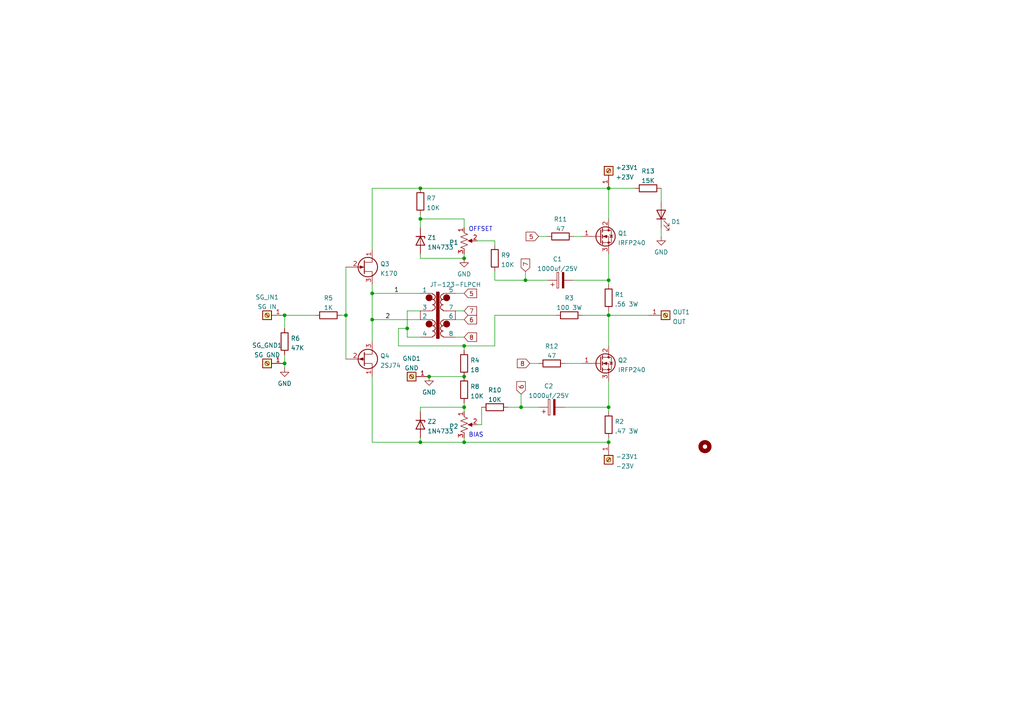
<source format=kicad_sch>
(kicad_sch (version 20211123) (generator eeschema)
  (paper "A4")
  (lib_symbols
    (symbol "Connector:Screw_Terminal_01x01" (pin_names (offset 1.016) hide)
      (property "Reference" "J" (at 0 2.54 0))
      (property "Value" "Screw_Terminal_01x01" (at 0 -2.54 0))
      (symbol "Screw_Terminal_01x01_1_1"
        (rectangle (start -1.27 1.27) (end 1.27 -1.27) (stroke (width 0.254)) (fill (type background)))
        (polyline (pts (xy -0.5334 0.3302) (xy 0.3302 -0.508)) (stroke (width 0.1524)))
        (polyline (pts (xy -0.3556 0.508) (xy 0.508 -0.3302)) (stroke (width 0.1524)))
        (circle (center 0 0) (radius 0.635) (stroke (width 0.1524)))
        (pin passive line (at -5.08 0 0) (length 3.81) (name "Pin_1") (number "1"))
      )
    )
    (symbol "Custom Symbols:JT-123-FLPCH" (pin_numbers hide) (pin_names (offset 0))
      (property "Reference" "TR" (at 0 10.16 0))
      (property "Value" "JT-123-FLPCH" (at 0 -7.62 0))
      (symbol "JT-123-FLPCH_0_1"
        (circle (center -2.54 -1.27) (radius 0.0001) (stroke (width 1)))
        (circle (center -2.54 6.35) (radius 0.0001) (stroke (width 1)))
        (arc (start -1.524 -4.826) (mid -0.762 -4.064) (end -1.524 -3.302) (stroke (width 0.2032)))
        (arc (start -1.524 -3.302) (mid -0.762 -2.54) (end -1.524 -1.778) (stroke (width 0.2032)))
        (arc (start -1.524 -1.778) (mid -0.762 -1.016) (end -1.524 -0.254) (stroke (width 0.2032)))
        (arc (start -1.524 2.794) (mid -0.762 3.556) (end -1.524 4.318) (stroke (width 0.2032)))
        (arc (start -1.524 4.318) (mid -0.762 5.08) (end -1.524 5.842) (stroke (width 0.2032)))
        (arc (start -1.524 5.842) (mid -0.762 6.604) (end -1.524 7.366) (stroke (width 0.2032)))
        (rectangle (start -0.254 7.874) (end 0.254 -5.334) (stroke (width 0.508)) (fill (type outline)))
        (polyline (pts (xy -5.08 0) (xy -5.08 2.54)) (stroke (width 0.1524)))
        (polyline (pts (xy 5.08 0) (xy 5.08 2.54)) (stroke (width 0.1524)))
        (polyline (pts (xy 1.524 -4.826) (xy 1.524 -5.08) (xy 1.524 -5.08)) (fill (type outline)))
        (polyline (pts (xy 1.524 0) (xy 1.524 -0.254) (xy 1.524 -0.254)) (fill (type outline)))
        (polyline (pts (xy 1.524 0) (xy 2.54 0) (xy 2.54 0)))
        (polyline (pts (xy 1.524 2.54) (xy 1.524 2.794) (xy 1.524 2.794)) (fill (type outline)))
        (polyline (pts (xy 1.524 2.54) (xy 2.54 2.54) (xy 2.54 2.54)))
        (polyline (pts (xy 1.524 7.62) (xy 1.524 7.366) (xy 1.524 7.366)) (fill (type outline)))
        (polyline (pts (xy 1.524 7.62) (xy 2.54 7.62) (xy 2.54 7.62)))
        (polyline (pts (xy 2.54 -5.08) (xy 1.524 -5.08) (xy 1.524 -5.08)))
        (polyline (pts (xy -1.524 -4.826) (xy -1.524 -5.08) (xy -2.54 -5.08) (xy -2.54 -5.08)))
        (polyline (pts (xy -1.524 -0.254) (xy -1.524 0) (xy -2.54 0) (xy -2.54 0)))
        (polyline (pts (xy -1.524 2.794) (xy -1.524 2.54) (xy -2.54 2.54) (xy -2.54 2.54)))
        (polyline (pts (xy -1.524 7.366) (xy -1.524 7.62) (xy -2.54 7.62) (xy -2.54 7.62)))
        (arc (start 1.524 -3.302) (mid 0.762 -4.064) (end 1.524 -4.826) (stroke (width 0.2032)))
        (arc (start 1.524 -1.778) (mid 0.762 -2.54) (end 1.524 -3.302) (stroke (width 0.2032)))
        (arc (start 1.524 -0.254) (mid 0.762 -1.016) (end 1.524 -1.778) (stroke (width 0.2032)))
        (arc (start 1.524 4.318) (mid 0.762 3.556) (end 1.524 2.794) (stroke (width 0.2032)))
        (arc (start 1.524 5.842) (mid 0.762 5.08) (end 1.524 4.318) (stroke (width 0.2032)))
        (arc (start 1.524 7.366) (mid 0.762 6.604) (end 1.524 5.842) (stroke (width 0.2032)))
        (circle (center 2.54 -1.27) (radius 0.0001) (stroke (width 1)))
        (circle (center 2.54 6.35) (radius 0.0001) (stroke (width 1)))
      )
      (symbol "JT-123-FLPCH_1_1"
        (pin input line (at -5.08 7.62 0) (length 2.54) (name "1") (number "1"))
        (pin input line (at -5.08 0 0) (length 2.54) (name "2") (number "2"))
        (pin input line (at -5.08 2.54 0) (length 2.54) (name "3") (number "3"))
        (pin input line (at -5.08 -5.08 0) (length 2.54) (name "4") (number "4"))
        (pin output line (at 5.08 7.62 180) (length 2.54) (name "5") (number "5"))
        (pin output line (at 5.08 0 180) (length 2.54) (name "6") (number "6"))
        (pin output line (at 5.08 2.54 180) (length 2.54) (name "7") (number "7"))
        (pin output line (at 5.08 -5.08 180) (length 2.54) (name "8") (number "8"))
      )
    )
    (symbol "Device:C_Polarized" (pin_numbers hide) (pin_names (offset 0.254))
      (property "Reference" "C" (at 0.635 2.54 0))
      (property "Value" "C_Polarized" (at 0.635 -2.54 0))
      (symbol "C_Polarized_0_1"
        (rectangle (start -2.286 0.508) (end 2.286 1.016))
        (polyline (pts (xy -1.778 2.286) (xy -0.762 2.286)))
        (polyline (pts (xy -1.27 2.794) (xy -1.27 1.778)))
        (rectangle (start 2.286 -0.508) (end -2.286 -1.016) (fill (type outline)))
      )
      (symbol "C_Polarized_1_1"
        (pin passive line (at 0 3.81 270) (length 2.794) (name "~") (number "1"))
        (pin passive line (at 0 -3.81 90) (length 2.794) (name "~") (number "2"))
      )
    )
    (symbol "Device:LED" (pin_numbers hide) (pin_names (offset 1.016) hide)
      (property "Reference" "D" (at 0 2.54 0))
      (property "Value" "LED" (at 0 -2.54 0))
      (symbol "LED_0_1"
        (polyline (pts (xy -1.27 -1.27) (xy -1.27 1.27)) (stroke (width 0.254)))
        (polyline (pts (xy -1.27 0) (xy 1.27 0)))
        (polyline (pts (xy 1.27 -1.27) (xy 1.27 1.27) (xy -1.27 0) (xy 1.27 -1.27)) (stroke (width 0.254)))
        (polyline (pts (xy -3.048 -0.762) (xy -4.572 -2.286) (xy -3.81 -2.286) (xy -4.572 -2.286) (xy -4.572 -1.524)))
        (polyline (pts (xy -1.778 -0.762) (xy -3.302 -2.286) (xy -2.54 -2.286) (xy -3.302 -2.286) (xy -3.302 -1.524)))
      )
      (symbol "LED_1_1"
        (pin passive line (at -3.81 0 0) (length 2.54) (name "K") (number "1"))
        (pin passive line (at 3.81 0 180) (length 2.54) (name "A") (number "2"))
      )
    )
    (symbol "Device:Q_NJFET_DGS" (pin_names (offset 0) hide)
      (property "Reference" "Q" (at 5.08 1.27 0))
      (property "Value" "Q_NJFET_DGS" (at 5.08 -1.27 0))
      (symbol "Q_NJFET_DGS_0_1"
        (polyline (pts (xy 0.254 1.905) (xy 0.254 -1.905) (xy 0.254 -1.905)) (stroke (width 0.254)))
        (polyline (pts (xy 2.54 -2.54) (xy 2.54 -1.27) (xy 0.254 -1.27)))
        (polyline (pts (xy 2.54 2.54) (xy 2.54 1.397) (xy 0.254 1.397)))
        (polyline (pts (xy 0 0) (xy -1.016 0.381) (xy -1.016 -0.381) (xy 0 0)) (fill (type outline)))
        (circle (center 1.27 0) (radius 2.8194) (stroke (width 0.254)))
      )
      (symbol "Q_NJFET_DGS_1_1"
        (pin passive line (at 2.54 5.08 270) (length 2.54) (name "D") (number "1"))
        (pin input line (at -5.08 0 0) (length 5.334) (name "G") (number "2"))
        (pin passive line (at 2.54 -5.08 90) (length 2.54) (name "S") (number "3"))
      )
    )
    (symbol "Device:Q_PJFET_SGD" (pin_names (offset 0) hide)
      (property "Reference" "Q" (at 5.08 1.27 0))
      (property "Value" "Q_PJFET_SGD" (at 5.08 -1.27 0))
      (symbol "Q_PJFET_SGD_0_1"
        (polyline (pts (xy 0.254 1.905) (xy 0.254 -1.905) (xy 0.254 -1.905)) (stroke (width 0.254)))
        (polyline (pts (xy 2.54 -2.54) (xy 2.54 -1.27) (xy 0.254 -1.27)))
        (polyline (pts (xy 2.54 2.54) (xy 2.54 1.397) (xy 0.254 1.397)))
        (polyline (pts (xy -1.143 0) (xy -0.127 0.381) (xy -0.127 -0.381) (xy -1.143 0)) (fill (type outline)))
        (circle (center 1.27 0) (radius 2.8194) (stroke (width 0.254)))
      )
      (symbol "Q_PJFET_SGD_1_1"
        (pin passive line (at 2.54 -5.08 90) (length 2.54) (name "S") (number "1"))
        (pin input line (at -5.08 0 0) (length 5.334) (name "G") (number "2"))
        (pin passive line (at 2.54 5.08 270) (length 2.54) (name "D") (number "3"))
      )
    )
    (symbol "Device:R" (pin_numbers hide) (pin_names (offset 0))
      (property "Reference" "R" (at 2.032 0 90))
      (property "Value" "R" (at 0 0 90))
      (symbol "R_0_1"
        (rectangle (start -1.016 -2.54) (end 1.016 2.54) (stroke (width 0.254)))
      )
      (symbol "R_1_1"
        (pin passive line (at 0 3.81 270) (length 1.27) (name "~") (number "1"))
        (pin passive line (at 0 -3.81 90) (length 1.27) (name "~") (number "2"))
      )
    )
    (symbol "Device:R_Potentiometer_US" (pin_names (offset 1.016) hide)
      (property "Reference" "RV" (at -4.445 0 90))
      (property "Value" "R_Potentiometer_US" (at -2.54 0 90))
      (symbol "R_Potentiometer_US_0_1"
        (polyline (pts (xy 0 -2.286) (xy 0 -2.54)))
        (polyline (pts (xy 0 2.54) (xy 0 2.286)))
        (polyline (pts (xy 2.54 0) (xy 1.524 0)))
        (polyline (pts (xy 1.143 0) (xy 2.286 0.508) (xy 2.286 -0.508) (xy 1.143 0)) (fill (type outline)))
        (polyline (pts (xy 0 -0.762) (xy 1.016 -1.143) (xy 0 -1.524) (xy -1.016 -1.905) (xy 0 -2.286)))
        (polyline (pts (xy 0 0.762) (xy 1.016 0.381) (xy 0 0) (xy -1.016 -0.381) (xy 0 -0.762)))
        (polyline (pts (xy 0 2.286) (xy 1.016 1.905) (xy 0 1.524) (xy -1.016 1.143) (xy 0 0.762)))
      )
      (symbol "R_Potentiometer_US_1_1"
        (pin passive line (at 0 3.81 270) (length 1.27) (name "1") (number "1"))
        (pin passive line (at 3.81 0 180) (length 1.27) (name "2") (number "2"))
        (pin passive line (at 0 -3.81 90) (length 1.27) (name "3") (number "3"))
      )
    )
    (symbol "Diode:1N47xxA" (pin_numbers hide) (pin_names (offset 1.016) hide)
      (property "Reference" "D" (at 0 2.54 0))
      (property "Value" "1N47xxA" (at 0 -2.54 0))
      (symbol "1N47xxA_0_1"
        (polyline (pts (xy 1.27 0) (xy -1.27 0)))
        (polyline (pts (xy -1.27 -1.27) (xy -1.27 1.27) (xy -0.762 1.27)) (stroke (width 0.254)))
        (polyline (pts (xy 1.27 -1.27) (xy 1.27 1.27) (xy -1.27 0) (xy 1.27 -1.27)) (stroke (width 0.254)))
      )
      (symbol "1N47xxA_1_1"
        (pin passive line (at -3.81 0 0) (length 2.54) (name "K") (number "1"))
        (pin passive line (at 3.81 0 180) (length 2.54) (name "A") (number "2"))
      )
    )
    (symbol "Mechanical:MountingHole" (pin_names (offset 1.016))
      (property "Reference" "H" (at 0 5.08 0))
      (property "Value" "MountingHole" (at 0 3.175 0))
      (symbol "MountingHole_0_1"
        (circle (center 0 0) (radius 1.27) (stroke (width 1.27)))
      )
    )
    (symbol "Transistor_FET:C2M0025120D" (pin_names hide)
      (property "Reference" "Q" (at 5.08 1.905 0))
      (property "Value" "C2M0025120D" (at 5.08 0 0))
      (symbol "C2M0025120D_0_1"
        (polyline (pts (xy 0.254 0) (xy -2.54 0)))
        (polyline (pts (xy 0.254 1.905) (xy 0.254 -1.905)) (stroke (width 0.254)))
        (polyline (pts (xy 0.762 -1.27) (xy 0.762 -2.286)) (stroke (width 0.254)))
        (polyline (pts (xy 0.762 0.508) (xy 0.762 -0.508)) (stroke (width 0.254)))
        (polyline (pts (xy 0.762 2.286) (xy 0.762 1.27)) (stroke (width 0.254)))
        (polyline (pts (xy 2.54 2.54) (xy 2.54 1.778)))
        (polyline (pts (xy 2.54 -2.54) (xy 2.54 0) (xy 0.762 0)))
        (polyline (pts (xy 0.762 -1.778) (xy 3.302 -1.778) (xy 3.302 1.778) (xy 0.762 1.778)))
        (polyline (pts (xy 1.016 0) (xy 2.032 0.381) (xy 2.032 -0.381) (xy 1.016 0)) (fill (type outline)))
        (polyline (pts (xy 2.794 0.508) (xy 2.921 0.381) (xy 3.683 0.381) (xy 3.81 0.254)))
        (polyline (pts (xy 3.302 0.381) (xy 2.921 -0.254) (xy 3.683 -0.254) (xy 3.302 0.381)))
        (circle (center 1.651 0) (radius 2.794) (stroke (width 0.254)))
        (circle (center 2.54 -1.778) (radius 0.254) (fill (type outline)))
        (circle (center 2.54 1.778) (radius 0.254) (fill (type outline)))
      )
      (symbol "C2M0025120D_1_1"
        (pin input line (at -5.08 0 0) (length 2.54) (name "G") (number "1"))
        (pin passive line (at 2.54 5.08 270) (length 2.54) (name "D") (number "2"))
        (pin passive line (at 2.54 -5.08 90) (length 2.54) (name "S") (number "3"))
      )
    )
    (symbol "power:GND" (power) (pin_names (offset 0))
      (property "Value" "GND" (at 0 -3.81 0))
      (symbol "GND_0_1"
        (polyline (pts (xy 0 0) (xy 0 -1.27) (xy 1.27 -1.27) (xy 0 -2.54) (xy -1.27 -1.27) (xy 0 -1.27)))
      )
      (symbol "GND_1_1"
        (pin power_in line (at 0 0 270) (length 0) hide (name "GND") (number "1"))
      )
    )
  )
  (junction (at 134.62 109.22))
  (junction (at 176.53 118.11))
  (junction (at 176.53 81.28))
  (junction (at 134.62 74.93))
  (junction (at 121.92 63.5))
  (junction (at 121.92 54.61))
  (junction (at 176.53 91.44))
  (junction (at 176.53 54.61))
  (junction (at 118.11 95.25))
  (junction (at 121.92 128.27))
  (junction (at 82.55 91.44))
  (junction (at 176.53 128.27))
  (junction (at 134.62 100.33))
  (junction (at 152.4 81.28))
  (junction (at 124.46 109.22))
  (junction (at 107.95 85.09))
  (junction (at 134.62 118.11))
  (junction (at 151.13 118.11))
  (junction (at 82.55 105.41))
  (junction (at 100.33 91.44))
  (junction (at 134.62 128.27))
  (junction (at 107.95 92.71))
  (wire (pts (xy 134.62 118.11) (xy 134.62 119.38)))
  (wire (pts (xy 132.08 90.17) (xy 134.62 90.17)))
  (wire (pts (xy 100.33 91.44) (xy 100.33 104.14)))
  (wire (pts (xy 121.92 118.11) (xy 134.62 118.11)))
  (wire (pts (xy 166.37 68.58) (xy 168.91 68.58)))
  (wire (pts (xy 121.92 63.5) (xy 121.92 66.04)))
  (wire (pts (xy 187.96 91.44) (xy 176.53 91.44)))
  (wire (pts (xy 176.53 82.55) (xy 176.53 81.28)))
  (wire (pts (xy 124.46 109.22) (xy 134.62 109.22)))
  (wire (pts (xy 107.95 92.71) (xy 121.92 92.71)))
  (wire (pts (xy 152.4 81.28) (xy 158.75 81.28)))
  (wire (pts (xy 152.4 78.74) (xy 152.4 81.28)))
  (wire (pts (xy 176.53 110.49) (xy 176.53 118.11)))
  (wire (pts (xy 121.92 128.27) (xy 134.62 128.27)))
  (wire (pts (xy 176.53 81.28) (xy 176.53 73.66)))
  (wire (pts (xy 143.51 100.33) (xy 143.51 91.44)))
  (wire (pts (xy 143.51 69.85) (xy 143.51 71.12)))
  (wire (pts (xy 147.32 118.11) (xy 151.13 118.11)))
  (wire (pts (xy 118.11 95.25) (xy 115.57 95.25)))
  (wire (pts (xy 118.11 95.25) (xy 118.11 97.79)))
  (wire (pts (xy 166.37 81.28) (xy 176.53 81.28)))
  (wire (pts (xy 107.95 72.39) (xy 107.95 54.61)))
  (wire (pts (xy 82.55 102.87) (xy 82.55 105.41)))
  (wire (pts (xy 107.95 54.61) (xy 121.92 54.61)))
  (wire (pts (xy 132.08 92.71) (xy 134.62 92.71)))
  (wire (pts (xy 134.62 127) (xy 134.62 128.27)))
  (wire (pts (xy 156.21 68.58) (xy 158.75 68.58)))
  (wire (pts (xy 143.51 78.74) (xy 143.51 81.28)))
  (wire (pts (xy 118.11 90.17) (xy 118.11 95.25)))
  (wire (pts (xy 191.77 66.04) (xy 191.77 68.58)))
  (wire (pts (xy 121.92 119.38) (xy 121.92 118.11)))
  (wire (pts (xy 82.55 105.41) (xy 82.55 106.68)))
  (wire (pts (xy 176.53 91.44) (xy 176.53 100.33)))
  (wire (pts (xy 176.53 54.61) (xy 176.53 63.5)))
  (wire (pts (xy 107.95 109.22) (xy 107.95 128.27)))
  (wire (pts (xy 118.11 97.79) (xy 121.92 97.79)))
  (wire (pts (xy 176.53 119.38) (xy 176.53 118.11)))
  (wire (pts (xy 176.53 127) (xy 176.53 128.27)))
  (wire (pts (xy 132.08 97.79) (xy 134.62 97.79)))
  (wire (pts (xy 134.62 101.6) (xy 134.62 100.33)))
  (wire (pts (xy 134.62 66.04) (xy 134.62 63.5)))
  (wire (pts (xy 115.57 100.33) (xy 134.62 100.33)))
  (wire (pts (xy 107.95 82.55) (xy 107.95 85.09)))
  (wire (pts (xy 100.33 77.47) (xy 100.33 91.44)))
  (wire (pts (xy 107.95 92.71) (xy 107.95 99.06)))
  (wire (pts (xy 107.95 85.09) (xy 121.92 85.09)))
  (wire (pts (xy 107.95 128.27) (xy 121.92 128.27)))
  (wire (pts (xy 151.13 118.11) (xy 156.21 118.11)))
  (wire (pts (xy 153.67 105.41) (xy 156.21 105.41)))
  (wire (pts (xy 82.55 91.44) (xy 82.55 95.25)))
  (wire (pts (xy 99.06 91.44) (xy 100.33 91.44)))
  (wire (pts (xy 115.57 95.25) (xy 115.57 100.33)))
  (wire (pts (xy 121.92 54.61) (xy 176.53 54.61)))
  (wire (pts (xy 121.92 127) (xy 121.92 128.27)))
  (wire (pts (xy 121.92 90.17) (xy 118.11 90.17)))
  (wire (pts (xy 138.43 69.85) (xy 143.51 69.85)))
  (wire (pts (xy 163.83 118.11) (xy 176.53 118.11)))
  (wire (pts (xy 168.91 91.44) (xy 176.53 91.44)))
  (wire (pts (xy 134.62 116.84) (xy 134.62 118.11)))
  (wire (pts (xy 121.92 63.5) (xy 134.62 63.5)))
  (wire (pts (xy 139.7 118.11) (xy 139.7 123.19)))
  (wire (pts (xy 134.62 100.33) (xy 143.51 100.33)))
  (wire (pts (xy 134.62 128.27) (xy 176.53 128.27)))
  (wire (pts (xy 107.95 85.09) (xy 107.95 92.71)))
  (wire (pts (xy 151.13 114.3) (xy 151.13 118.11)))
  (wire (pts (xy 82.55 91.44) (xy 91.44 91.44)))
  (wire (pts (xy 143.51 91.44) (xy 161.29 91.44)))
  (wire (pts (xy 163.83 105.41) (xy 168.91 105.41)))
  (wire (pts (xy 138.43 123.19) (xy 139.7 123.19)))
  (wire (pts (xy 121.92 73.66) (xy 121.92 74.93)))
  (wire (pts (xy 143.51 81.28) (xy 152.4 81.28)))
  (wire (pts (xy 176.53 90.17) (xy 176.53 91.44)))
  (wire (pts (xy 134.62 73.66) (xy 134.62 74.93)))
  (wire (pts (xy 132.08 85.09) (xy 134.62 85.09)))
  (wire (pts (xy 176.53 54.61) (xy 184.15 54.61)))
  (wire (pts (xy 191.77 54.61) (xy 191.77 58.42)))
  (wire (pts (xy 134.62 74.93) (xy 121.92 74.93)))
  (wire (pts (xy 121.92 62.23) (xy 121.92 63.5)))
  (text "OFFSET" (at 135.89 67.31 0) (effects (font (size 1.27 1.27)) (justify left bottom)))
  (text "BIAS" (at 135.89 127 0) (effects (font (size 1.27 1.27)) (justify left bottom)))
  (label "2" (at 111.76 92.71 0))
  (label "1" (at 114.3 85.09 0))
  (global_label "8" (shape input) (at 134.62 97.79 0) (property "Intersheet References" "${INTERSHEET_REFS}" (effects hide)))
  (global_label "8" (shape input) (at 153.67 105.41 180) (property "Intersheet References" "${INTERSHEET_REFS}" (effects hide)))
  (global_label "7" (shape input) (at 134.62 90.17 0) (property "Intersheet References" "${INTERSHEET_REFS}" (effects hide)))
  (global_label "5" (shape input) (at 156.21 68.58 180) (property "Intersheet References" "${INTERSHEET_REFS}" (effects hide)))
  (global_label "6" (shape input) (at 151.13 114.3 90) (property "Intersheet References" "${INTERSHEET_REFS}" (effects hide)))
  (global_label "5" (shape input) (at 134.62 85.09 0) (property "Intersheet References" "${INTERSHEET_REFS}" (effects hide)))
  (global_label "7" (shape input) (at 152.4 78.74 90) (property "Intersheet References" "${INTERSHEET_REFS}" (effects hide)))
  (global_label "6" (shape input) (at 134.62 92.71 0) (property "Intersheet References" "${INTERSHEET_REFS}" (effects hide)))
  (symbol (lib_id "Connector:Screw_Terminal_01x01") (at 119.38 109.22 180) (unit 1)
    (property "Reference" "GND1" (at 119.38 103.9835 0))
    (property "Value" "GND" (at 119.38 106.7586 0))
    (property "Footprint" "Connector_Wire:SolderWire-1sqmm_1x01_D1.4mm_OD3.9mm" (effects hide))
  )
  (symbol (lib_id "Device:R") (at 121.92 58.42 0) (unit 1)
    (property "Reference" "R7" (at 123.698 57.5115 0) (effects (justify left)))
    (property "Value" "10K" (at 123.698 60.2866 0) (effects (justify left)))
    (property "Footprint" "Resistor_SMD:R_1210_3225Metric_Pad1.30x2.65mm_HandSolder" (effects hide))
  )
  (symbol (lib_id "Device:R_Potentiometer_US") (at 134.62 123.19 0) (unit 1)
    (property "Reference" "P2" (at 132.9691 123.669 0) (effects (justify right)))
    (property "Value" "R_Potentiometer_US" (effects hide))
    (property "Footprint" "Potentiometer_SMD:Potentiometer_Bourns_3269W_Vertical" (effects hide))
  )
  (symbol (lib_id "Connector:Screw_Terminal_01x01") (at 176.53 49.53 90) (unit 1)
    (property "Reference" "+23V1" (at 178.562 48.6215 90) (effects (justify right)))
    (property "Value" "+23V" (at 178.562 51.3966 90) (effects (justify right)))
    (property "Footprint" "Connector_Wire:SolderWire-1sqmm_1x01_D1.4mm_OD3.9mm" (effects hide))
  )
  (symbol (lib_id "Device:R") (at 143.51 118.11 270) (unit 1)
    (property "Reference" "R10" (at 143.51 113.1275 90))
    (property "Value" "10K" (at 143.51 115.9026 90))
    (property "Footprint" "Resistor_SMD:R_1210_3225Metric_Pad1.30x2.65mm_HandSolder" (effects hide))
  )
  (symbol (lib_id "Connector:Screw_Terminal_01x01") (at 176.53 133.35 270) (unit 1)
    (property "Reference" "-23V1" (at 178.562 132.4415 90) (effects (justify left)))
    (property "Value" "-23V" (at 178.562 135.2166 90) (effects (justify left)))
    (property "Footprint" "Connector_Wire:SolderWire-1sqmm_1x01_D1.4mm_OD3.9mm" (effects hide))
  )
  (symbol (lib_id "Device:R_Potentiometer_US") (at 134.62 69.85 0) (unit 1)
    (property "Reference" "P1" (at 132.9691 70.329 0) (effects (justify right)))
    (property "Value" "R_Potentiometer_US" (effects hide))
    (property "Footprint" "Potentiometer_SMD:Potentiometer_Bourns_3269W_Vertical" (effects hide))
  )
  (symbol (lib_id "Transistor_FET:C2M0025120D") (at 173.99 105.41 0) (unit 1)
    (property "Reference" "Q2" (at 179.197 104.5015 0) (effects (justify left)))
    (property "Value" "IRFP240" (at 179.197 107.2766 0) (effects (justify left)))
    (property "Footprint" "Package_TO_SOT_THT:TO-247-3_Vertical" (effects hide))
    (property "Datasheet" "https://www.wolfspeed.com/media/downloads/161/C2M0025120D.pdf" (effects hide))
  )
  (symbol (lib_id "Device:R") (at 176.53 86.36 180) (unit 1)
    (property "Reference" "R1" (at 178.308 85.4515 0) (effects (justify right)))
    (property "Value" ".56 3W" (at 178.308 88.2266 0) (effects (justify right)))
    (property "Footprint" "Resistor_SMD:R_2512_6332Metric_Pad1.40x3.35mm_HandSolder" (effects hide))
  )
  (symbol (lib_id "Device:R") (at 95.25 91.44 90) (unit 1)
    (property "Reference" "R5" (at 95.25 86.4575 90))
    (property "Value" "1K" (at 95.25 89.2326 90))
    (property "Footprint" "Resistor_SMD:R_1210_3225Metric_Pad1.30x2.65mm_HandSolder" (effects hide))
  )
  (symbol (lib_id "power:GND") (at 191.77 68.58 0) (unit 1)
    (property "Reference" "#PWR0104" (effects hide))
    (property "Value" "GND" (at 191.77 73.1425 0))
  )
  (symbol (lib_id "Device:C_Polarized") (at 160.02 118.11 90) (unit 1)
    (property "Reference" "C2" (at 159.131 111.9845 90))
    (property "Value" "1000uf/25V" (at 159.131 114.7596 90))
    (property "Footprint" "Capacitor_SMD:CP_Elec_18x17.5" (effects hide))
  )
  (symbol (lib_id "Device:R") (at 160.02 105.41 270) (unit 1)
    (property "Reference" "R12" (at 160.02 100.4275 90))
    (property "Value" "47" (at 160.02 103.2026 90))
    (property "Footprint" "Resistor_SMD:R_1210_3225Metric_Pad1.30x2.65mm_HandSolder" (effects hide))
  )
  (symbol (lib_id "Connector:Screw_Terminal_01x01") (at 77.47 105.41 180) (unit 1)
    (property "Reference" "SG_GND1" (at 77.47 100.1735 0))
    (property "Value" "SG GND" (at 77.47 102.9486 0))
    (property "Footprint" "Connector_Wire:SolderWire-1sqmm_1x01_D1.4mm_OD2.7mm" (effects hide))
  )
  (symbol (lib_id "Connector:Screw_Terminal_01x01") (at 193.04 91.44 0) (unit 1)
    (property "Reference" "OUT1" (at 195.072 90.5315 0) (effects (justify left)))
    (property "Value" "OUT" (at 195.072 93.3066 0) (effects (justify left)))
    (property "Footprint" "Connector_Wire:SolderWire-1sqmm_1x01_D1.4mm_OD3.9mm" (effects hide))
  )
  (symbol (lib_id "Transistor_FET:C2M0025120D") (at 173.99 68.58 0) (unit 1)
    (property "Reference" "Q1" (at 179.197 67.6715 0) (effects (justify left)))
    (property "Value" "IRFP240" (at 179.197 70.4466 0) (effects (justify left)))
    (property "Footprint" "Package_TO_SOT_THT:TO-247-3_Vertical" (effects hide))
    (property "Datasheet" "https://www.wolfspeed.com/media/downloads/161/C2M0025120D.pdf" (effects hide))
  )
  (symbol (lib_id "Device:R") (at 82.55 99.06 180) (unit 1)
    (property "Reference" "R6" (at 84.328 98.1515 0) (effects (justify right)))
    (property "Value" "47K" (at 84.328 100.9266 0) (effects (justify right)))
    (property "Footprint" "Resistor_SMD:R_1210_3225Metric_Pad1.30x2.65mm_HandSolder" (effects hide))
  )
  (symbol (lib_id "Device:R") (at 162.56 68.58 90) (unit 1)
    (property "Reference" "R11" (at 162.56 63.5975 90))
    (property "Value" "47" (at 162.56 66.3726 90))
    (property "Footprint" "Resistor_SMD:R_1210_3225Metric_Pad1.30x2.65mm_HandSolder" (effects hide))
  )
  (symbol (lib_id "Connector:Screw_Terminal_01x01") (at 77.47 91.44 180) (unit 1)
    (property "Reference" "SG_IN1" (at 77.47 86.2035 0))
    (property "Value" "SG IN" (at 77.47 88.9786 0))
    (property "Footprint" "Connector_Wire:SolderWire-1sqmm_1x01_D1.4mm_OD2.7mm" (effects hide))
  )
  (symbol (lib_id "power:GND") (at 82.55 106.68 0) (unit 1)
    (property "Reference" "#PWR0103" (effects hide))
    (property "Value" "GND" (at 82.55 111.2425 0))
  )
  (symbol (lib_id "Device:R") (at 143.51 74.93 0) (unit 1)
    (property "Reference" "R9" (at 145.288 74.0215 0) (effects (justify left)))
    (property "Value" "10K" (at 145.288 76.7966 0) (effects (justify left)))
    (property "Footprint" "Resistor_SMD:R_1210_3225Metric_Pad1.30x2.65mm_HandSolder" (effects hide))
  )
  (symbol (lib_id "Diode:1N47xxA") (at 121.92 123.19 270) (unit 1)
    (property "Reference" "Z2" (at 123.952 122.2815 90) (effects (justify left)))
    (property "Value" "1N4733" (at 123.952 125.0566 90) (effects (justify left)))
    (property "Footprint" "Diode_SMD:D_SOD-128" (effects hide))
    (property "Datasheet" "https://www.vishay.com/docs/85816/1n4728a.pdf" (effects hide))
  )
  (symbol (lib_id "Diode:1N47xxA") (at 121.92 69.85 270) (unit 1)
    (property "Reference" "Z1" (at 123.952 68.9415 90) (effects (justify left)))
    (property "Value" "1N4733" (at 123.952 71.7166 90) (effects (justify left)))
    (property "Footprint" "Diode_SMD:D_SOD-128" (effects hide))
    (property "Datasheet" "https://www.vishay.com/docs/85816/1n4728a.pdf" (effects hide))
  )
  (symbol (lib_id "Device:R") (at 187.96 54.61 90) (unit 1)
    (property "Reference" "R13" (at 187.96 49.6275 90))
    (property "Value" "15K" (at 187.96 52.4026 90))
    (property "Footprint" "Resistor_SMD:R_1210_3225Metric_Pad1.30x2.65mm_HandSolder" (effects hide))
  )
  (symbol (lib_id "Device:R") (at 176.53 123.19 180) (unit 1)
    (property "Reference" "R2" (at 178.308 122.2815 0) (effects (justify right)))
    (property "Value" ".47 3W" (at 178.308 125.0566 0) (effects (justify right)))
    (property "Footprint" "Resistor_SMD:R_2512_6332Metric_Pad1.40x3.35mm_HandSolder" (effects hide))
  )
  (symbol (lib_id "Device:R") (at 165.1 91.44 90) (unit 1)
    (property "Reference" "R3" (at 165.1 86.4575 90))
    (property "Value" "100 3W" (at 165.1 89.2326 90))
    (property "Footprint" "Resistor_SMD:R_2512_6332Metric_Pad1.40x3.35mm_HandSolder" (effects hide))
  )
  (symbol (lib_id "Device:R") (at 134.62 113.03 180) (unit 1)
    (property "Reference" "R8" (at 136.398 112.1215 0) (effects (justify right)))
    (property "Value" "10K" (at 136.398 114.8966 0) (effects (justify right)))
    (property "Footprint" "Resistor_SMD:R_1210_3225Metric_Pad1.30x2.65mm_HandSolder" (effects hide))
  )
  (symbol (lib_id "Mechanical:MountingHole") (at 204.47 129.54 0) (unit 1)
    (property "Reference" "H1" (effects hide))
    (property "Value" "MountingHole" (effects hide))
    (property "Footprint" "MountingHole:MountingHole_3.2mm_M3_Pad_Via" (effects hide))
  )
  (symbol (lib_id "Device:LED") (at 191.77 62.23 90) (unit 1)
    (property "Reference" "D1" (at 194.691 64.2965 90) (effects (justify right)))
    (property "Value" "LED" (effects hide))
    (property "Footprint" "LED_SMD:LED_0201_0603Metric_Pad0.64x0.40mm_HandSolder" (effects hide))
  )
  (symbol (lib_id "Device:Q_NJFET_DGS") (at 105.41 77.47 0) (unit 1)
    (property "Reference" "Q3" (at 110.2614 76.5615 0) (effects (justify left)))
    (property "Value" "K170" (at 110.2614 79.3366 0) (effects (justify left)))
    (property "Footprint" "Package_TO_SOT_THT:TO-92L_Inline" (effects hide))
  )
  (symbol (lib_id "power:GND") (at 134.62 74.93 0) (unit 1)
    (property "Reference" "#PWR0101" (effects hide))
    (property "Value" "GND" (at 134.62 79.4925 0))
  )
  (symbol (lib_id "Device:Q_PJFET_SGD") (at 105.41 104.14 0) (unit 1)
    (property "Reference" "Q4" (at 110.2614 103.2315 0) (effects (justify left)))
    (property "Value" "2SJ74" (at 110.2614 106.0066 0) (effects (justify left)))
    (property "Footprint" "Package_TO_SOT_THT:TO-92L_Inline" (effects hide))
  )
  (symbol (lib_id "Custom Symbols:JT-123-FLPCH") (at 127 92.71 0) (unit 1)
    (property "Reference" "T1" (effects hide))
    (property "Value" "JT-123-FLPCH" (at 132.08 82.55 0))
    (property "Footprint" "Custom Library:JT-123-FLPCH" (effects hide))
  )
  (symbol (lib_id "power:GND") (at 124.46 109.22 0) (unit 1)
    (property "Reference" "#PWR0102" (effects hide))
    (property "Value" "GND" (at 124.46 113.7825 0))
  )
  (symbol (lib_id "Device:R") (at 134.62 105.41 180) (unit 1)
    (property "Reference" "R4" (at 136.398 104.5015 0) (effects (justify right)))
    (property "Value" "18" (at 136.398 107.2766 0) (effects (justify right)))
    (property "Footprint" "Resistor_SMD:R_1210_3225Metric_Pad1.30x2.65mm_HandSolder" (effects hide))
  )
  (symbol (lib_id "Device:C_Polarized") (at 162.56 81.28 90) (unit 1)
    (property "Reference" "C1" (at 161.671 75.1545 90))
    (property "Value" "1000uf/25V" (at 161.671 77.9296 90))
    (property "Footprint" "Capacitor_SMD:CP_Elec_18x17.5" (effects hide))
  )
)
</source>
